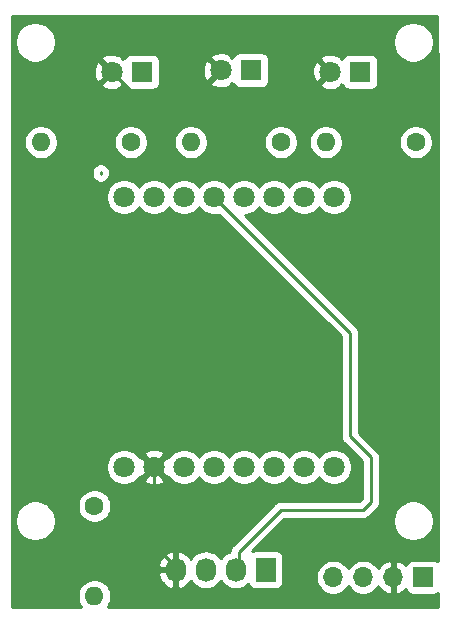
<source format=gbr>
G04 #@! TF.GenerationSoftware,KiCad,Pcbnew,5.1.7-5.1.7*
G04 #@! TF.CreationDate,2020-10-12T00:47:03+02:00*
G04 #@! TF.ProjectId,meteo-home,6d657465-6f2d-4686-9f6d-652e6b696361,rev?*
G04 #@! TF.SameCoordinates,Original*
G04 #@! TF.FileFunction,Copper,L2,Bot*
G04 #@! TF.FilePolarity,Positive*
%FSLAX46Y46*%
G04 Gerber Fmt 4.6, Leading zero omitted, Abs format (unit mm)*
G04 Created by KiCad (PCBNEW 5.1.7-5.1.7) date 2020-10-12 00:47:03*
%MOMM*%
%LPD*%
G01*
G04 APERTURE LIST*
G04 #@! TA.AperFunction,ComponentPad*
%ADD10C,1.800000*%
G04 #@! TD*
G04 #@! TA.AperFunction,ComponentPad*
%ADD11R,1.727200X2.032000*%
G04 #@! TD*
G04 #@! TA.AperFunction,ComponentPad*
%ADD12O,1.727200X2.032000*%
G04 #@! TD*
G04 #@! TA.AperFunction,ComponentPad*
%ADD13R,1.800000X1.800000*%
G04 #@! TD*
G04 #@! TA.AperFunction,ComponentPad*
%ADD14O,1.600000X1.600000*%
G04 #@! TD*
G04 #@! TA.AperFunction,ComponentPad*
%ADD15C,1.600000*%
G04 #@! TD*
G04 #@! TA.AperFunction,ComponentPad*
%ADD16O,1.700000X1.700000*%
G04 #@! TD*
G04 #@! TA.AperFunction,ComponentPad*
%ADD17R,1.700000X1.700000*%
G04 #@! TD*
G04 #@! TA.AperFunction,Conductor*
%ADD18C,0.250000*%
G04 #@! TD*
G04 #@! TA.AperFunction,Conductor*
%ADD19C,0.254000*%
G04 #@! TD*
G04 #@! TA.AperFunction,Conductor*
%ADD20C,0.100000*%
G04 #@! TD*
G04 APERTURE END LIST*
D10*
X115005001Y-65597025D03*
X115005001Y-88457025D03*
X117545001Y-65597025D03*
X117545001Y-88457025D03*
X120085001Y-65597025D03*
X120085001Y-88457025D03*
X122625001Y-65597025D03*
X122625001Y-88457025D03*
X125165001Y-65597025D03*
X125165001Y-88457025D03*
X127705001Y-65597025D03*
X127705001Y-88457025D03*
X130245001Y-65597025D03*
X130245001Y-88457025D03*
X132785001Y-65597025D03*
X132785001Y-88457025D03*
D11*
X127000000Y-97155000D03*
D12*
X124460000Y-97155000D03*
X121920000Y-97155000D03*
X119380000Y-97155000D03*
D10*
X113960000Y-55000000D03*
D13*
X116500000Y-55000000D03*
X125730000Y-54864000D03*
D10*
X123190000Y-54864000D03*
X132460000Y-55000000D03*
D13*
X135000000Y-55000000D03*
D14*
X107950000Y-60960000D03*
D15*
X115570000Y-60960000D03*
X139700000Y-60960000D03*
D14*
X132080000Y-60960000D03*
X112500000Y-99370000D03*
D15*
X112500000Y-91750000D03*
D14*
X120650000Y-60960000D03*
D15*
X128270000Y-60960000D03*
D16*
X132715000Y-97790000D03*
X135255000Y-97790000D03*
X137795000Y-97790000D03*
D17*
X140335000Y-97790000D03*
D18*
X113030000Y-63500000D02*
X113030000Y-63622024D01*
X128270000Y-92075000D02*
X124714000Y-95631000D01*
X134110002Y-77082026D02*
X134110002Y-85850002D01*
X134110002Y-85850002D02*
X135890000Y-87630000D01*
X124714000Y-95631000D02*
X124714000Y-97155000D01*
X122625001Y-65597025D02*
X134110002Y-77082026D01*
X135890000Y-91440000D02*
X135255000Y-92075000D01*
X135890000Y-87630000D02*
X135890000Y-91440000D01*
X135255000Y-92075000D02*
X128270000Y-92075000D01*
X117545001Y-95066001D02*
X119634000Y-97155000D01*
X117545001Y-88457025D02*
X117545001Y-95066001D01*
X111760000Y-82672024D02*
X117545001Y-88457025D01*
X111760000Y-66040000D02*
X111760000Y-82672024D01*
X114300000Y-63500000D02*
X111760000Y-66040000D01*
X118364000Y-59831002D02*
X118110000Y-60085002D01*
X123190000Y-54864000D02*
X118364000Y-59690000D01*
X118364000Y-59690000D02*
X118364000Y-59831002D01*
X118110000Y-62230000D02*
X116840000Y-63500000D01*
X116840000Y-63500000D02*
X114300000Y-63500000D01*
X118110000Y-59150000D02*
X118110000Y-60390000D01*
X113960000Y-55000000D02*
X118110000Y-59150000D01*
X118110000Y-60085002D02*
X118110000Y-60390000D01*
X118110000Y-60390000D02*
X118110000Y-62230000D01*
D19*
X141555000Y-56325771D02*
X141555001Y-96422189D01*
X141539494Y-96409463D01*
X141429180Y-96350498D01*
X141309482Y-96314188D01*
X141185000Y-96301928D01*
X139485000Y-96301928D01*
X139360518Y-96314188D01*
X139240820Y-96350498D01*
X139130506Y-96409463D01*
X139033815Y-96488815D01*
X138954463Y-96585506D01*
X138895498Y-96695820D01*
X138871034Y-96776466D01*
X138795269Y-96692412D01*
X138561920Y-96518359D01*
X138299099Y-96393175D01*
X138151890Y-96348524D01*
X137922000Y-96469845D01*
X137922000Y-97663000D01*
X137942000Y-97663000D01*
X137942000Y-97917000D01*
X137922000Y-97917000D01*
X137922000Y-99110155D01*
X138151890Y-99231476D01*
X138299099Y-99186825D01*
X138561920Y-99061641D01*
X138795269Y-98887588D01*
X138871034Y-98803534D01*
X138895498Y-98884180D01*
X138954463Y-98994494D01*
X139033815Y-99091185D01*
X139130506Y-99170537D01*
X139240820Y-99229502D01*
X139360518Y-99265812D01*
X139485000Y-99278072D01*
X141185000Y-99278072D01*
X141309482Y-99265812D01*
X141429180Y-99229502D01*
X141539494Y-99170537D01*
X141555001Y-99157811D01*
X141555001Y-100280000D01*
X113617817Y-100280000D01*
X113771680Y-100049727D01*
X113879853Y-99788574D01*
X113935000Y-99511335D01*
X113935000Y-99228665D01*
X113879853Y-98951426D01*
X113771680Y-98690273D01*
X113614637Y-98455241D01*
X113414759Y-98255363D01*
X113179727Y-98098320D01*
X112918574Y-97990147D01*
X112641335Y-97935000D01*
X112358665Y-97935000D01*
X112081426Y-97990147D01*
X111820273Y-98098320D01*
X111585241Y-98255363D01*
X111385363Y-98455241D01*
X111228320Y-98690273D01*
X111120147Y-98951426D01*
X111065000Y-99228665D01*
X111065000Y-99511335D01*
X111120147Y-99788574D01*
X111228320Y-100049727D01*
X111382183Y-100280000D01*
X105537000Y-100280000D01*
X105537000Y-97516914D01*
X117894815Y-97516914D01*
X117964227Y-97802633D01*
X118088046Y-98069321D01*
X118261514Y-98306729D01*
X118477965Y-98505733D01*
X118729081Y-98658686D01*
X119005211Y-98759709D01*
X119020974Y-98762358D01*
X119253000Y-98641217D01*
X119253000Y-97282000D01*
X118039075Y-97282000D01*
X117894815Y-97516914D01*
X105537000Y-97516914D01*
X105537000Y-96793086D01*
X117894815Y-96793086D01*
X118039075Y-97028000D01*
X119253000Y-97028000D01*
X119253000Y-95668783D01*
X119020974Y-95547642D01*
X119005211Y-95550291D01*
X118729081Y-95651314D01*
X118477965Y-95804267D01*
X118261514Y-96003271D01*
X118088046Y-96240679D01*
X117964227Y-96507367D01*
X117894815Y-96793086D01*
X105537000Y-96793086D01*
X105537000Y-92829117D01*
X105765000Y-92829117D01*
X105765000Y-93170883D01*
X105831675Y-93506081D01*
X105962463Y-93821831D01*
X106152337Y-94105998D01*
X106394002Y-94347663D01*
X106678169Y-94537537D01*
X106993919Y-94668325D01*
X107329117Y-94735000D01*
X107670883Y-94735000D01*
X108006081Y-94668325D01*
X108321831Y-94537537D01*
X108605998Y-94347663D01*
X108847663Y-94105998D01*
X109037537Y-93821831D01*
X109168325Y-93506081D01*
X109235000Y-93170883D01*
X109235000Y-92829117D01*
X109168325Y-92493919D01*
X109037537Y-92178169D01*
X108847663Y-91894002D01*
X108605998Y-91652337D01*
X108540639Y-91608665D01*
X111065000Y-91608665D01*
X111065000Y-91891335D01*
X111120147Y-92168574D01*
X111228320Y-92429727D01*
X111385363Y-92664759D01*
X111585241Y-92864637D01*
X111820273Y-93021680D01*
X112081426Y-93129853D01*
X112358665Y-93185000D01*
X112641335Y-93185000D01*
X112918574Y-93129853D01*
X113179727Y-93021680D01*
X113414759Y-92864637D01*
X113614637Y-92664759D01*
X113771680Y-92429727D01*
X113879853Y-92168574D01*
X113935000Y-91891335D01*
X113935000Y-91608665D01*
X113879853Y-91331426D01*
X113771680Y-91070273D01*
X113614637Y-90835241D01*
X113414759Y-90635363D01*
X113179727Y-90478320D01*
X112918574Y-90370147D01*
X112641335Y-90315000D01*
X112358665Y-90315000D01*
X112081426Y-90370147D01*
X111820273Y-90478320D01*
X111585241Y-90635363D01*
X111385363Y-90835241D01*
X111228320Y-91070273D01*
X111120147Y-91331426D01*
X111065000Y-91608665D01*
X108540639Y-91608665D01*
X108321831Y-91462463D01*
X108006081Y-91331675D01*
X107670883Y-91265000D01*
X107329117Y-91265000D01*
X106993919Y-91331675D01*
X106678169Y-91462463D01*
X106394002Y-91652337D01*
X106152337Y-91894002D01*
X105962463Y-92178169D01*
X105831675Y-92493919D01*
X105765000Y-92829117D01*
X105537000Y-92829117D01*
X105537000Y-88305841D01*
X113470001Y-88305841D01*
X113470001Y-88608209D01*
X113528990Y-88904768D01*
X113644702Y-89184120D01*
X113812689Y-89435530D01*
X114026496Y-89649337D01*
X114277906Y-89817324D01*
X114557258Y-89933036D01*
X114853817Y-89992025D01*
X115156185Y-89992025D01*
X115452744Y-89933036D01*
X115732096Y-89817324D01*
X115983506Y-89649337D01*
X116111738Y-89521105D01*
X116660526Y-89521105D01*
X116744209Y-89775286D01*
X117016776Y-89906183D01*
X117309643Y-89981390D01*
X117611554Y-89998016D01*
X117910908Y-89955422D01*
X118196200Y-89855247D01*
X118345793Y-89775286D01*
X118429476Y-89521105D01*
X117545001Y-88636630D01*
X116660526Y-89521105D01*
X116111738Y-89521105D01*
X116197313Y-89435530D01*
X116299952Y-89281920D01*
X116480921Y-89341500D01*
X117365396Y-88457025D01*
X117724606Y-88457025D01*
X118609081Y-89341500D01*
X118790050Y-89281920D01*
X118892689Y-89435530D01*
X119106496Y-89649337D01*
X119357906Y-89817324D01*
X119637258Y-89933036D01*
X119933817Y-89992025D01*
X120236185Y-89992025D01*
X120532744Y-89933036D01*
X120812096Y-89817324D01*
X121063506Y-89649337D01*
X121277313Y-89435530D01*
X121355001Y-89319262D01*
X121432689Y-89435530D01*
X121646496Y-89649337D01*
X121897906Y-89817324D01*
X122177258Y-89933036D01*
X122473817Y-89992025D01*
X122776185Y-89992025D01*
X123072744Y-89933036D01*
X123352096Y-89817324D01*
X123603506Y-89649337D01*
X123817313Y-89435530D01*
X123895001Y-89319262D01*
X123972689Y-89435530D01*
X124186496Y-89649337D01*
X124437906Y-89817324D01*
X124717258Y-89933036D01*
X125013817Y-89992025D01*
X125316185Y-89992025D01*
X125612744Y-89933036D01*
X125892096Y-89817324D01*
X126143506Y-89649337D01*
X126357313Y-89435530D01*
X126435001Y-89319262D01*
X126512689Y-89435530D01*
X126726496Y-89649337D01*
X126977906Y-89817324D01*
X127257258Y-89933036D01*
X127553817Y-89992025D01*
X127856185Y-89992025D01*
X128152744Y-89933036D01*
X128432096Y-89817324D01*
X128683506Y-89649337D01*
X128897313Y-89435530D01*
X128975001Y-89319262D01*
X129052689Y-89435530D01*
X129266496Y-89649337D01*
X129517906Y-89817324D01*
X129797258Y-89933036D01*
X130093817Y-89992025D01*
X130396185Y-89992025D01*
X130692744Y-89933036D01*
X130972096Y-89817324D01*
X131223506Y-89649337D01*
X131437313Y-89435530D01*
X131515001Y-89319262D01*
X131592689Y-89435530D01*
X131806496Y-89649337D01*
X132057906Y-89817324D01*
X132337258Y-89933036D01*
X132633817Y-89992025D01*
X132936185Y-89992025D01*
X133232744Y-89933036D01*
X133512096Y-89817324D01*
X133763506Y-89649337D01*
X133977313Y-89435530D01*
X134145300Y-89184120D01*
X134261012Y-88904768D01*
X134320001Y-88608209D01*
X134320001Y-88305841D01*
X134261012Y-88009282D01*
X134145300Y-87729930D01*
X133977313Y-87478520D01*
X133763506Y-87264713D01*
X133512096Y-87096726D01*
X133232744Y-86981014D01*
X132936185Y-86922025D01*
X132633817Y-86922025D01*
X132337258Y-86981014D01*
X132057906Y-87096726D01*
X131806496Y-87264713D01*
X131592689Y-87478520D01*
X131515001Y-87594788D01*
X131437313Y-87478520D01*
X131223506Y-87264713D01*
X130972096Y-87096726D01*
X130692744Y-86981014D01*
X130396185Y-86922025D01*
X130093817Y-86922025D01*
X129797258Y-86981014D01*
X129517906Y-87096726D01*
X129266496Y-87264713D01*
X129052689Y-87478520D01*
X128975001Y-87594788D01*
X128897313Y-87478520D01*
X128683506Y-87264713D01*
X128432096Y-87096726D01*
X128152744Y-86981014D01*
X127856185Y-86922025D01*
X127553817Y-86922025D01*
X127257258Y-86981014D01*
X126977906Y-87096726D01*
X126726496Y-87264713D01*
X126512689Y-87478520D01*
X126435001Y-87594788D01*
X126357313Y-87478520D01*
X126143506Y-87264713D01*
X125892096Y-87096726D01*
X125612744Y-86981014D01*
X125316185Y-86922025D01*
X125013817Y-86922025D01*
X124717258Y-86981014D01*
X124437906Y-87096726D01*
X124186496Y-87264713D01*
X123972689Y-87478520D01*
X123895001Y-87594788D01*
X123817313Y-87478520D01*
X123603506Y-87264713D01*
X123352096Y-87096726D01*
X123072744Y-86981014D01*
X122776185Y-86922025D01*
X122473817Y-86922025D01*
X122177258Y-86981014D01*
X121897906Y-87096726D01*
X121646496Y-87264713D01*
X121432689Y-87478520D01*
X121355001Y-87594788D01*
X121277313Y-87478520D01*
X121063506Y-87264713D01*
X120812096Y-87096726D01*
X120532744Y-86981014D01*
X120236185Y-86922025D01*
X119933817Y-86922025D01*
X119637258Y-86981014D01*
X119357906Y-87096726D01*
X119106496Y-87264713D01*
X118892689Y-87478520D01*
X118790050Y-87632130D01*
X118609081Y-87572550D01*
X117724606Y-88457025D01*
X117365396Y-88457025D01*
X116480921Y-87572550D01*
X116299952Y-87632130D01*
X116197313Y-87478520D01*
X116111738Y-87392945D01*
X116660526Y-87392945D01*
X117545001Y-88277420D01*
X118429476Y-87392945D01*
X118345793Y-87138764D01*
X118073226Y-87007867D01*
X117780359Y-86932660D01*
X117478448Y-86916034D01*
X117179094Y-86958628D01*
X116893802Y-87058803D01*
X116744209Y-87138764D01*
X116660526Y-87392945D01*
X116111738Y-87392945D01*
X115983506Y-87264713D01*
X115732096Y-87096726D01*
X115452744Y-86981014D01*
X115156185Y-86922025D01*
X114853817Y-86922025D01*
X114557258Y-86981014D01*
X114277906Y-87096726D01*
X114026496Y-87264713D01*
X113812689Y-87478520D01*
X113644702Y-87729930D01*
X113528990Y-88009282D01*
X113470001Y-88305841D01*
X105537000Y-88305841D01*
X105537000Y-65445841D01*
X113470001Y-65445841D01*
X113470001Y-65748209D01*
X113528990Y-66044768D01*
X113644702Y-66324120D01*
X113812689Y-66575530D01*
X114026496Y-66789337D01*
X114277906Y-66957324D01*
X114557258Y-67073036D01*
X114853817Y-67132025D01*
X115156185Y-67132025D01*
X115452744Y-67073036D01*
X115732096Y-66957324D01*
X115983506Y-66789337D01*
X116197313Y-66575530D01*
X116275001Y-66459262D01*
X116352689Y-66575530D01*
X116566496Y-66789337D01*
X116817906Y-66957324D01*
X117097258Y-67073036D01*
X117393817Y-67132025D01*
X117696185Y-67132025D01*
X117992744Y-67073036D01*
X118272096Y-66957324D01*
X118523506Y-66789337D01*
X118737313Y-66575530D01*
X118815001Y-66459262D01*
X118892689Y-66575530D01*
X119106496Y-66789337D01*
X119357906Y-66957324D01*
X119637258Y-67073036D01*
X119933817Y-67132025D01*
X120236185Y-67132025D01*
X120532744Y-67073036D01*
X120812096Y-66957324D01*
X121063506Y-66789337D01*
X121277313Y-66575530D01*
X121355001Y-66459262D01*
X121432689Y-66575530D01*
X121646496Y-66789337D01*
X121897906Y-66957324D01*
X122177258Y-67073036D01*
X122473817Y-67132025D01*
X122776185Y-67132025D01*
X123033931Y-67080756D01*
X133350002Y-77396828D01*
X133350003Y-85812670D01*
X133346326Y-85850002D01*
X133361000Y-85998987D01*
X133404456Y-86142248D01*
X133475028Y-86274278D01*
X133546203Y-86361004D01*
X133570002Y-86390003D01*
X133599000Y-86413801D01*
X135130000Y-87944802D01*
X135130001Y-91125197D01*
X134940199Y-91315000D01*
X128307322Y-91315000D01*
X128269999Y-91311324D01*
X128232676Y-91315000D01*
X128232667Y-91315000D01*
X128121014Y-91325997D01*
X127977753Y-91369454D01*
X127845724Y-91440026D01*
X127845722Y-91440027D01*
X127845723Y-91440027D01*
X127758996Y-91511201D01*
X127758992Y-91511205D01*
X127729999Y-91534999D01*
X127706205Y-91563992D01*
X124203003Y-95067196D01*
X124173999Y-95090999D01*
X124118871Y-95158174D01*
X124079026Y-95206724D01*
X124008455Y-95338753D01*
X124008454Y-95338754D01*
X123964997Y-95482015D01*
X123954366Y-95589950D01*
X123883737Y-95611375D01*
X123623395Y-95750531D01*
X123395203Y-95937803D01*
X123207931Y-96165994D01*
X123190000Y-96199541D01*
X123172069Y-96165994D01*
X122984797Y-95937803D01*
X122756606Y-95750531D01*
X122496264Y-95611375D01*
X122213777Y-95525684D01*
X121920000Y-95496749D01*
X121626224Y-95525684D01*
X121343737Y-95611375D01*
X121083395Y-95750531D01*
X120855203Y-95937803D01*
X120667931Y-96165994D01*
X120646576Y-96205947D01*
X120498486Y-96003271D01*
X120282035Y-95804267D01*
X120030919Y-95651314D01*
X119754789Y-95550291D01*
X119739026Y-95547642D01*
X119507000Y-95668783D01*
X119507000Y-97028000D01*
X119527000Y-97028000D01*
X119527000Y-97282000D01*
X119507000Y-97282000D01*
X119507000Y-98641217D01*
X119739026Y-98762358D01*
X119754789Y-98759709D01*
X120030919Y-98658686D01*
X120282035Y-98505733D01*
X120498486Y-98306729D01*
X120646576Y-98104053D01*
X120667931Y-98144005D01*
X120855203Y-98372197D01*
X121083394Y-98559469D01*
X121343736Y-98698625D01*
X121626223Y-98784316D01*
X121920000Y-98813251D01*
X122213776Y-98784316D01*
X122496263Y-98698625D01*
X122756605Y-98559469D01*
X122984797Y-98372197D01*
X123172069Y-98144006D01*
X123190000Y-98110459D01*
X123207931Y-98144005D01*
X123395203Y-98372197D01*
X123623394Y-98559469D01*
X123883736Y-98698625D01*
X124166223Y-98784316D01*
X124460000Y-98813251D01*
X124753776Y-98784316D01*
X125036263Y-98698625D01*
X125296605Y-98559469D01*
X125524797Y-98372197D01*
X125531414Y-98364135D01*
X125546898Y-98415180D01*
X125605863Y-98525494D01*
X125685215Y-98622185D01*
X125781906Y-98701537D01*
X125892220Y-98760502D01*
X126011918Y-98796812D01*
X126136400Y-98809072D01*
X127863600Y-98809072D01*
X127988082Y-98796812D01*
X128107780Y-98760502D01*
X128218094Y-98701537D01*
X128314785Y-98622185D01*
X128394137Y-98525494D01*
X128453102Y-98415180D01*
X128489412Y-98295482D01*
X128501672Y-98171000D01*
X128501672Y-97643740D01*
X131230000Y-97643740D01*
X131230000Y-97936260D01*
X131287068Y-98223158D01*
X131399010Y-98493411D01*
X131561525Y-98736632D01*
X131768368Y-98943475D01*
X132011589Y-99105990D01*
X132281842Y-99217932D01*
X132568740Y-99275000D01*
X132861260Y-99275000D01*
X133148158Y-99217932D01*
X133418411Y-99105990D01*
X133661632Y-98943475D01*
X133868475Y-98736632D01*
X133985000Y-98562240D01*
X134101525Y-98736632D01*
X134308368Y-98943475D01*
X134551589Y-99105990D01*
X134821842Y-99217932D01*
X135108740Y-99275000D01*
X135401260Y-99275000D01*
X135688158Y-99217932D01*
X135958411Y-99105990D01*
X136201632Y-98943475D01*
X136408475Y-98736632D01*
X136530195Y-98554466D01*
X136599822Y-98671355D01*
X136794731Y-98887588D01*
X137028080Y-99061641D01*
X137290901Y-99186825D01*
X137438110Y-99231476D01*
X137668000Y-99110155D01*
X137668000Y-97917000D01*
X137648000Y-97917000D01*
X137648000Y-97663000D01*
X137668000Y-97663000D01*
X137668000Y-96469845D01*
X137438110Y-96348524D01*
X137290901Y-96393175D01*
X137028080Y-96518359D01*
X136794731Y-96692412D01*
X136599822Y-96908645D01*
X136530195Y-97025534D01*
X136408475Y-96843368D01*
X136201632Y-96636525D01*
X135958411Y-96474010D01*
X135688158Y-96362068D01*
X135401260Y-96305000D01*
X135108740Y-96305000D01*
X134821842Y-96362068D01*
X134551589Y-96474010D01*
X134308368Y-96636525D01*
X134101525Y-96843368D01*
X133985000Y-97017760D01*
X133868475Y-96843368D01*
X133661632Y-96636525D01*
X133418411Y-96474010D01*
X133148158Y-96362068D01*
X132861260Y-96305000D01*
X132568740Y-96305000D01*
X132281842Y-96362068D01*
X132011589Y-96474010D01*
X131768368Y-96636525D01*
X131561525Y-96843368D01*
X131399010Y-97086589D01*
X131287068Y-97356842D01*
X131230000Y-97643740D01*
X128501672Y-97643740D01*
X128501672Y-96139000D01*
X128489412Y-96014518D01*
X128453102Y-95894820D01*
X128394137Y-95784506D01*
X128314785Y-95687815D01*
X128218094Y-95608463D01*
X128107780Y-95549498D01*
X127988082Y-95513188D01*
X127863600Y-95500928D01*
X126136400Y-95500928D01*
X126011918Y-95513188D01*
X125892220Y-95549498D01*
X125845136Y-95574665D01*
X128584803Y-92835000D01*
X135217678Y-92835000D01*
X135255000Y-92838676D01*
X135292322Y-92835000D01*
X135292333Y-92835000D01*
X135352063Y-92829117D01*
X137765000Y-92829117D01*
X137765000Y-93170883D01*
X137831675Y-93506081D01*
X137962463Y-93821831D01*
X138152337Y-94105998D01*
X138394002Y-94347663D01*
X138678169Y-94537537D01*
X138993919Y-94668325D01*
X139329117Y-94735000D01*
X139670883Y-94735000D01*
X140006081Y-94668325D01*
X140321831Y-94537537D01*
X140605998Y-94347663D01*
X140847663Y-94105998D01*
X141037537Y-93821831D01*
X141168325Y-93506081D01*
X141235000Y-93170883D01*
X141235000Y-92829117D01*
X141168325Y-92493919D01*
X141037537Y-92178169D01*
X140847663Y-91894002D01*
X140605998Y-91652337D01*
X140321831Y-91462463D01*
X140006081Y-91331675D01*
X139670883Y-91265000D01*
X139329117Y-91265000D01*
X138993919Y-91331675D01*
X138678169Y-91462463D01*
X138394002Y-91652337D01*
X138152337Y-91894002D01*
X137962463Y-92178169D01*
X137831675Y-92493919D01*
X137765000Y-92829117D01*
X135352063Y-92829117D01*
X135403986Y-92824003D01*
X135547247Y-92780546D01*
X135679276Y-92709974D01*
X135795001Y-92615001D01*
X135818803Y-92585998D01*
X136401002Y-92003800D01*
X136430001Y-91980001D01*
X136524974Y-91864276D01*
X136595546Y-91732247D01*
X136639003Y-91588986D01*
X136650000Y-91477333D01*
X136653677Y-91440000D01*
X136650000Y-91402667D01*
X136650000Y-87667322D01*
X136653676Y-87629999D01*
X136650000Y-87592676D01*
X136650000Y-87592667D01*
X136639003Y-87481014D01*
X136595546Y-87337753D01*
X136524974Y-87205724D01*
X136430001Y-87089999D01*
X136401004Y-87066202D01*
X134870002Y-85535201D01*
X134870002Y-77119348D01*
X134873678Y-77082025D01*
X134870002Y-77044702D01*
X134870002Y-77044693D01*
X134859005Y-76933040D01*
X134815548Y-76789779D01*
X134744976Y-76657750D01*
X134650003Y-76542025D01*
X134621006Y-76518228D01*
X125234802Y-67132025D01*
X125316185Y-67132025D01*
X125612744Y-67073036D01*
X125892096Y-66957324D01*
X126143506Y-66789337D01*
X126357313Y-66575530D01*
X126435001Y-66459262D01*
X126512689Y-66575530D01*
X126726496Y-66789337D01*
X126977906Y-66957324D01*
X127257258Y-67073036D01*
X127553817Y-67132025D01*
X127856185Y-67132025D01*
X128152744Y-67073036D01*
X128432096Y-66957324D01*
X128683506Y-66789337D01*
X128897313Y-66575530D01*
X128975001Y-66459262D01*
X129052689Y-66575530D01*
X129266496Y-66789337D01*
X129517906Y-66957324D01*
X129797258Y-67073036D01*
X130093817Y-67132025D01*
X130396185Y-67132025D01*
X130692744Y-67073036D01*
X130972096Y-66957324D01*
X131223506Y-66789337D01*
X131437313Y-66575530D01*
X131515001Y-66459262D01*
X131592689Y-66575530D01*
X131806496Y-66789337D01*
X132057906Y-66957324D01*
X132337258Y-67073036D01*
X132633817Y-67132025D01*
X132936185Y-67132025D01*
X133232744Y-67073036D01*
X133512096Y-66957324D01*
X133763506Y-66789337D01*
X133977313Y-66575530D01*
X134145300Y-66324120D01*
X134261012Y-66044768D01*
X134320001Y-65748209D01*
X134320001Y-65445841D01*
X134261012Y-65149282D01*
X134145300Y-64869930D01*
X133977313Y-64618520D01*
X133763506Y-64404713D01*
X133512096Y-64236726D01*
X133232744Y-64121014D01*
X132936185Y-64062025D01*
X132633817Y-64062025D01*
X132337258Y-64121014D01*
X132057906Y-64236726D01*
X131806496Y-64404713D01*
X131592689Y-64618520D01*
X131515001Y-64734788D01*
X131437313Y-64618520D01*
X131223506Y-64404713D01*
X130972096Y-64236726D01*
X130692744Y-64121014D01*
X130396185Y-64062025D01*
X130093817Y-64062025D01*
X129797258Y-64121014D01*
X129517906Y-64236726D01*
X129266496Y-64404713D01*
X129052689Y-64618520D01*
X128975001Y-64734788D01*
X128897313Y-64618520D01*
X128683506Y-64404713D01*
X128432096Y-64236726D01*
X128152744Y-64121014D01*
X127856185Y-64062025D01*
X127553817Y-64062025D01*
X127257258Y-64121014D01*
X126977906Y-64236726D01*
X126726496Y-64404713D01*
X126512689Y-64618520D01*
X126435001Y-64734788D01*
X126357313Y-64618520D01*
X126143506Y-64404713D01*
X125892096Y-64236726D01*
X125612744Y-64121014D01*
X125316185Y-64062025D01*
X125013817Y-64062025D01*
X124717258Y-64121014D01*
X124437906Y-64236726D01*
X124186496Y-64404713D01*
X123972689Y-64618520D01*
X123895001Y-64734788D01*
X123817313Y-64618520D01*
X123603506Y-64404713D01*
X123352096Y-64236726D01*
X123072744Y-64121014D01*
X122776185Y-64062025D01*
X122473817Y-64062025D01*
X122177258Y-64121014D01*
X121897906Y-64236726D01*
X121646496Y-64404713D01*
X121432689Y-64618520D01*
X121355001Y-64734788D01*
X121277313Y-64618520D01*
X121063506Y-64404713D01*
X120812096Y-64236726D01*
X120532744Y-64121014D01*
X120236185Y-64062025D01*
X119933817Y-64062025D01*
X119637258Y-64121014D01*
X119357906Y-64236726D01*
X119106496Y-64404713D01*
X118892689Y-64618520D01*
X118815001Y-64734788D01*
X118737313Y-64618520D01*
X118523506Y-64404713D01*
X118272096Y-64236726D01*
X117992744Y-64121014D01*
X117696185Y-64062025D01*
X117393817Y-64062025D01*
X117097258Y-64121014D01*
X116817906Y-64236726D01*
X116566496Y-64404713D01*
X116352689Y-64618520D01*
X116275001Y-64734788D01*
X116197313Y-64618520D01*
X115983506Y-64404713D01*
X115732096Y-64236726D01*
X115452744Y-64121014D01*
X115156185Y-64062025D01*
X114853817Y-64062025D01*
X114557258Y-64121014D01*
X114277906Y-64236726D01*
X114026496Y-64404713D01*
X113812689Y-64618520D01*
X113644702Y-64869930D01*
X113528990Y-65149282D01*
X113470001Y-65445841D01*
X105537000Y-65445841D01*
X105537000Y-63462668D01*
X112270000Y-63462668D01*
X112270000Y-63659357D01*
X112280997Y-63771010D01*
X112324454Y-63914271D01*
X112395026Y-64046300D01*
X112489999Y-64162025D01*
X112605725Y-64256998D01*
X112737754Y-64327570D01*
X112881015Y-64371027D01*
X113030000Y-64385701D01*
X113178986Y-64371027D01*
X113322247Y-64327570D01*
X113454276Y-64256998D01*
X113570001Y-64162025D01*
X113664974Y-64046300D01*
X113735546Y-63914270D01*
X113779003Y-63771009D01*
X113790000Y-63659356D01*
X113790000Y-63462667D01*
X113779003Y-63351014D01*
X113735546Y-63207753D01*
X113664974Y-63075724D01*
X113570001Y-62959999D01*
X113454275Y-62865026D01*
X113322246Y-62794454D01*
X113178985Y-62750997D01*
X113030000Y-62736323D01*
X112881014Y-62750997D01*
X112737753Y-62794454D01*
X112605724Y-62865026D01*
X112489999Y-62959999D01*
X112395026Y-63075725D01*
X112324454Y-63207754D01*
X112280997Y-63351015D01*
X112270000Y-63462668D01*
X105537000Y-63462668D01*
X105537000Y-60818665D01*
X106515000Y-60818665D01*
X106515000Y-61101335D01*
X106570147Y-61378574D01*
X106678320Y-61639727D01*
X106835363Y-61874759D01*
X107035241Y-62074637D01*
X107270273Y-62231680D01*
X107531426Y-62339853D01*
X107808665Y-62395000D01*
X108091335Y-62395000D01*
X108368574Y-62339853D01*
X108629727Y-62231680D01*
X108864759Y-62074637D01*
X109064637Y-61874759D01*
X109221680Y-61639727D01*
X109329853Y-61378574D01*
X109385000Y-61101335D01*
X109385000Y-60818665D01*
X114135000Y-60818665D01*
X114135000Y-61101335D01*
X114190147Y-61378574D01*
X114298320Y-61639727D01*
X114455363Y-61874759D01*
X114655241Y-62074637D01*
X114890273Y-62231680D01*
X115151426Y-62339853D01*
X115428665Y-62395000D01*
X115711335Y-62395000D01*
X115988574Y-62339853D01*
X116249727Y-62231680D01*
X116484759Y-62074637D01*
X116684637Y-61874759D01*
X116841680Y-61639727D01*
X116949853Y-61378574D01*
X117005000Y-61101335D01*
X117005000Y-60818665D01*
X119215000Y-60818665D01*
X119215000Y-61101335D01*
X119270147Y-61378574D01*
X119378320Y-61639727D01*
X119535363Y-61874759D01*
X119735241Y-62074637D01*
X119970273Y-62231680D01*
X120231426Y-62339853D01*
X120508665Y-62395000D01*
X120791335Y-62395000D01*
X121068574Y-62339853D01*
X121329727Y-62231680D01*
X121564759Y-62074637D01*
X121764637Y-61874759D01*
X121921680Y-61639727D01*
X122029853Y-61378574D01*
X122085000Y-61101335D01*
X122085000Y-60818665D01*
X126835000Y-60818665D01*
X126835000Y-61101335D01*
X126890147Y-61378574D01*
X126998320Y-61639727D01*
X127155363Y-61874759D01*
X127355241Y-62074637D01*
X127590273Y-62231680D01*
X127851426Y-62339853D01*
X128128665Y-62395000D01*
X128411335Y-62395000D01*
X128688574Y-62339853D01*
X128949727Y-62231680D01*
X129184759Y-62074637D01*
X129384637Y-61874759D01*
X129541680Y-61639727D01*
X129649853Y-61378574D01*
X129705000Y-61101335D01*
X129705000Y-60818665D01*
X130645000Y-60818665D01*
X130645000Y-61101335D01*
X130700147Y-61378574D01*
X130808320Y-61639727D01*
X130965363Y-61874759D01*
X131165241Y-62074637D01*
X131400273Y-62231680D01*
X131661426Y-62339853D01*
X131938665Y-62395000D01*
X132221335Y-62395000D01*
X132498574Y-62339853D01*
X132759727Y-62231680D01*
X132994759Y-62074637D01*
X133194637Y-61874759D01*
X133351680Y-61639727D01*
X133459853Y-61378574D01*
X133515000Y-61101335D01*
X133515000Y-60818665D01*
X138265000Y-60818665D01*
X138265000Y-61101335D01*
X138320147Y-61378574D01*
X138428320Y-61639727D01*
X138585363Y-61874759D01*
X138785241Y-62074637D01*
X139020273Y-62231680D01*
X139281426Y-62339853D01*
X139558665Y-62395000D01*
X139841335Y-62395000D01*
X140118574Y-62339853D01*
X140379727Y-62231680D01*
X140614759Y-62074637D01*
X140814637Y-61874759D01*
X140971680Y-61639727D01*
X141079853Y-61378574D01*
X141135000Y-61101335D01*
X141135000Y-60818665D01*
X141079853Y-60541426D01*
X140971680Y-60280273D01*
X140814637Y-60045241D01*
X140614759Y-59845363D01*
X140379727Y-59688320D01*
X140118574Y-59580147D01*
X139841335Y-59525000D01*
X139558665Y-59525000D01*
X139281426Y-59580147D01*
X139020273Y-59688320D01*
X138785241Y-59845363D01*
X138585363Y-60045241D01*
X138428320Y-60280273D01*
X138320147Y-60541426D01*
X138265000Y-60818665D01*
X133515000Y-60818665D01*
X133459853Y-60541426D01*
X133351680Y-60280273D01*
X133194637Y-60045241D01*
X132994759Y-59845363D01*
X132759727Y-59688320D01*
X132498574Y-59580147D01*
X132221335Y-59525000D01*
X131938665Y-59525000D01*
X131661426Y-59580147D01*
X131400273Y-59688320D01*
X131165241Y-59845363D01*
X130965363Y-60045241D01*
X130808320Y-60280273D01*
X130700147Y-60541426D01*
X130645000Y-60818665D01*
X129705000Y-60818665D01*
X129649853Y-60541426D01*
X129541680Y-60280273D01*
X129384637Y-60045241D01*
X129184759Y-59845363D01*
X128949727Y-59688320D01*
X128688574Y-59580147D01*
X128411335Y-59525000D01*
X128128665Y-59525000D01*
X127851426Y-59580147D01*
X127590273Y-59688320D01*
X127355241Y-59845363D01*
X127155363Y-60045241D01*
X126998320Y-60280273D01*
X126890147Y-60541426D01*
X126835000Y-60818665D01*
X122085000Y-60818665D01*
X122029853Y-60541426D01*
X121921680Y-60280273D01*
X121764637Y-60045241D01*
X121564759Y-59845363D01*
X121329727Y-59688320D01*
X121068574Y-59580147D01*
X120791335Y-59525000D01*
X120508665Y-59525000D01*
X120231426Y-59580147D01*
X119970273Y-59688320D01*
X119735241Y-59845363D01*
X119535363Y-60045241D01*
X119378320Y-60280273D01*
X119270147Y-60541426D01*
X119215000Y-60818665D01*
X117005000Y-60818665D01*
X116949853Y-60541426D01*
X116841680Y-60280273D01*
X116684637Y-60045241D01*
X116484759Y-59845363D01*
X116249727Y-59688320D01*
X115988574Y-59580147D01*
X115711335Y-59525000D01*
X115428665Y-59525000D01*
X115151426Y-59580147D01*
X114890273Y-59688320D01*
X114655241Y-59845363D01*
X114455363Y-60045241D01*
X114298320Y-60280273D01*
X114190147Y-60541426D01*
X114135000Y-60818665D01*
X109385000Y-60818665D01*
X109329853Y-60541426D01*
X109221680Y-60280273D01*
X109064637Y-60045241D01*
X108864759Y-59845363D01*
X108629727Y-59688320D01*
X108368574Y-59580147D01*
X108091335Y-59525000D01*
X107808665Y-59525000D01*
X107531426Y-59580147D01*
X107270273Y-59688320D01*
X107035241Y-59845363D01*
X106835363Y-60045241D01*
X106678320Y-60280273D01*
X106570147Y-60541426D01*
X106515000Y-60818665D01*
X105537000Y-60818665D01*
X105537000Y-55066553D01*
X112419009Y-55066553D01*
X112461603Y-55365907D01*
X112561778Y-55651199D01*
X112641739Y-55800792D01*
X112895920Y-55884475D01*
X113780395Y-55000000D01*
X112895920Y-54115525D01*
X112641739Y-54199208D01*
X112510842Y-54471775D01*
X112435635Y-54764642D01*
X112419009Y-55066553D01*
X105537000Y-55066553D01*
X105537000Y-52329117D01*
X105765000Y-52329117D01*
X105765000Y-52670883D01*
X105831675Y-53006081D01*
X105962463Y-53321831D01*
X106152337Y-53605998D01*
X106394002Y-53847663D01*
X106678169Y-54037537D01*
X106993919Y-54168325D01*
X107329117Y-54235000D01*
X107670883Y-54235000D01*
X108006081Y-54168325D01*
X108321831Y-54037537D01*
X108473911Y-53935920D01*
X113075525Y-53935920D01*
X113960000Y-54820395D01*
X113974143Y-54806253D01*
X114153748Y-54985858D01*
X114139605Y-55000000D01*
X114153748Y-55014143D01*
X113974143Y-55193748D01*
X113960000Y-55179605D01*
X113075525Y-56064080D01*
X113159208Y-56318261D01*
X113431775Y-56449158D01*
X113724642Y-56524365D01*
X114026553Y-56540991D01*
X114325907Y-56498397D01*
X114611199Y-56398222D01*
X114760792Y-56318261D01*
X114844474Y-56064082D01*
X114960422Y-56180030D01*
X115007187Y-56133265D01*
X115010498Y-56144180D01*
X115069463Y-56254494D01*
X115148815Y-56351185D01*
X115245506Y-56430537D01*
X115355820Y-56489502D01*
X115475518Y-56525812D01*
X115600000Y-56538072D01*
X117400000Y-56538072D01*
X117524482Y-56525812D01*
X117644180Y-56489502D01*
X117754494Y-56430537D01*
X117851185Y-56351185D01*
X117930537Y-56254494D01*
X117989502Y-56144180D01*
X118025812Y-56024482D01*
X118038072Y-55900000D01*
X118038072Y-54930553D01*
X121649009Y-54930553D01*
X121691603Y-55229907D01*
X121791778Y-55515199D01*
X121871739Y-55664792D01*
X122125920Y-55748475D01*
X123010395Y-54864000D01*
X122125920Y-53979525D01*
X121871739Y-54063208D01*
X121740842Y-54335775D01*
X121665635Y-54628642D01*
X121649009Y-54930553D01*
X118038072Y-54930553D01*
X118038072Y-54100000D01*
X118025812Y-53975518D01*
X117989502Y-53855820D01*
X117959623Y-53799920D01*
X122305525Y-53799920D01*
X123190000Y-54684395D01*
X123204143Y-54670253D01*
X123383748Y-54849858D01*
X123369605Y-54864000D01*
X123383748Y-54878143D01*
X123204143Y-55057748D01*
X123190000Y-55043605D01*
X122305525Y-55928080D01*
X122389208Y-56182261D01*
X122661775Y-56313158D01*
X122954642Y-56388365D01*
X123256553Y-56404991D01*
X123555907Y-56362397D01*
X123841199Y-56262222D01*
X123990792Y-56182261D01*
X124074474Y-55928082D01*
X124190422Y-56044030D01*
X124237187Y-55997265D01*
X124240498Y-56008180D01*
X124299463Y-56118494D01*
X124378815Y-56215185D01*
X124475506Y-56294537D01*
X124585820Y-56353502D01*
X124705518Y-56389812D01*
X124830000Y-56402072D01*
X126630000Y-56402072D01*
X126754482Y-56389812D01*
X126874180Y-56353502D01*
X126984494Y-56294537D01*
X127081185Y-56215185D01*
X127160537Y-56118494D01*
X127219502Y-56008180D01*
X127255812Y-55888482D01*
X127268072Y-55764000D01*
X127268072Y-55066553D01*
X130919009Y-55066553D01*
X130961603Y-55365907D01*
X131061778Y-55651199D01*
X131141739Y-55800792D01*
X131395920Y-55884475D01*
X132280395Y-55000000D01*
X131395920Y-54115525D01*
X131141739Y-54199208D01*
X131010842Y-54471775D01*
X130935635Y-54764642D01*
X130919009Y-55066553D01*
X127268072Y-55066553D01*
X127268072Y-53964000D01*
X127265307Y-53935920D01*
X131575525Y-53935920D01*
X132460000Y-54820395D01*
X132474143Y-54806253D01*
X132653748Y-54985858D01*
X132639605Y-55000000D01*
X132653748Y-55014143D01*
X132474143Y-55193748D01*
X132460000Y-55179605D01*
X131575525Y-56064080D01*
X131659208Y-56318261D01*
X131931775Y-56449158D01*
X132224642Y-56524365D01*
X132526553Y-56540991D01*
X132825907Y-56498397D01*
X133111199Y-56398222D01*
X133260792Y-56318261D01*
X133344474Y-56064082D01*
X133460422Y-56180030D01*
X133507187Y-56133265D01*
X133510498Y-56144180D01*
X133569463Y-56254494D01*
X133648815Y-56351185D01*
X133745506Y-56430537D01*
X133855820Y-56489502D01*
X133975518Y-56525812D01*
X134100000Y-56538072D01*
X135900000Y-56538072D01*
X136024482Y-56525812D01*
X136144180Y-56489502D01*
X136254494Y-56430537D01*
X136351185Y-56351185D01*
X136430537Y-56254494D01*
X136489502Y-56144180D01*
X136525812Y-56024482D01*
X136538072Y-55900000D01*
X136538072Y-54100000D01*
X136525812Y-53975518D01*
X136489502Y-53855820D01*
X136430537Y-53745506D01*
X136351185Y-53648815D01*
X136254494Y-53569463D01*
X136144180Y-53510498D01*
X136024482Y-53474188D01*
X135900000Y-53461928D01*
X134100000Y-53461928D01*
X133975518Y-53474188D01*
X133855820Y-53510498D01*
X133745506Y-53569463D01*
X133648815Y-53648815D01*
X133569463Y-53745506D01*
X133510498Y-53855820D01*
X133507187Y-53866735D01*
X133460422Y-53819970D01*
X133344474Y-53935918D01*
X133260792Y-53681739D01*
X132988225Y-53550842D01*
X132695358Y-53475635D01*
X132393447Y-53459009D01*
X132094093Y-53501603D01*
X131808801Y-53601778D01*
X131659208Y-53681739D01*
X131575525Y-53935920D01*
X127265307Y-53935920D01*
X127255812Y-53839518D01*
X127219502Y-53719820D01*
X127160537Y-53609506D01*
X127081185Y-53512815D01*
X126984494Y-53433463D01*
X126874180Y-53374498D01*
X126754482Y-53338188D01*
X126630000Y-53325928D01*
X124830000Y-53325928D01*
X124705518Y-53338188D01*
X124585820Y-53374498D01*
X124475506Y-53433463D01*
X124378815Y-53512815D01*
X124299463Y-53609506D01*
X124240498Y-53719820D01*
X124237187Y-53730735D01*
X124190422Y-53683970D01*
X124074474Y-53799918D01*
X123990792Y-53545739D01*
X123718225Y-53414842D01*
X123425358Y-53339635D01*
X123123447Y-53323009D01*
X122824093Y-53365603D01*
X122538801Y-53465778D01*
X122389208Y-53545739D01*
X122305525Y-53799920D01*
X117959623Y-53799920D01*
X117930537Y-53745506D01*
X117851185Y-53648815D01*
X117754494Y-53569463D01*
X117644180Y-53510498D01*
X117524482Y-53474188D01*
X117400000Y-53461928D01*
X115600000Y-53461928D01*
X115475518Y-53474188D01*
X115355820Y-53510498D01*
X115245506Y-53569463D01*
X115148815Y-53648815D01*
X115069463Y-53745506D01*
X115010498Y-53855820D01*
X115007187Y-53866735D01*
X114960422Y-53819970D01*
X114844474Y-53935918D01*
X114760792Y-53681739D01*
X114488225Y-53550842D01*
X114195358Y-53475635D01*
X113893447Y-53459009D01*
X113594093Y-53501603D01*
X113308801Y-53601778D01*
X113159208Y-53681739D01*
X113075525Y-53935920D01*
X108473911Y-53935920D01*
X108605998Y-53847663D01*
X108847663Y-53605998D01*
X109037537Y-53321831D01*
X109168325Y-53006081D01*
X109235000Y-52670883D01*
X109235000Y-52329117D01*
X137765000Y-52329117D01*
X137765000Y-52670883D01*
X137831675Y-53006081D01*
X137962463Y-53321831D01*
X138152337Y-53605998D01*
X138394002Y-53847663D01*
X138678169Y-54037537D01*
X138993919Y-54168325D01*
X139329117Y-54235000D01*
X139670883Y-54235000D01*
X140006081Y-54168325D01*
X140321831Y-54037537D01*
X140605998Y-53847663D01*
X140847663Y-53605998D01*
X141037537Y-53321831D01*
X141168325Y-53006081D01*
X141235000Y-52670883D01*
X141235000Y-52329117D01*
X141168325Y-51993919D01*
X141037537Y-51678169D01*
X140847663Y-51394002D01*
X140605998Y-51152337D01*
X140321831Y-50962463D01*
X140006081Y-50831675D01*
X139670883Y-50765000D01*
X139329117Y-50765000D01*
X138993919Y-50831675D01*
X138678169Y-50962463D01*
X138394002Y-51152337D01*
X138152337Y-51394002D01*
X137962463Y-51678169D01*
X137831675Y-51993919D01*
X137765000Y-52329117D01*
X109235000Y-52329117D01*
X109168325Y-51993919D01*
X109037537Y-51678169D01*
X108847663Y-51394002D01*
X108605998Y-51152337D01*
X108321831Y-50962463D01*
X108006081Y-50831675D01*
X107670883Y-50765000D01*
X107329117Y-50765000D01*
X106993919Y-50831675D01*
X106678169Y-50962463D01*
X106394002Y-51152337D01*
X106152337Y-51394002D01*
X105962463Y-51678169D01*
X105831675Y-51993919D01*
X105765000Y-52329117D01*
X105537000Y-52329117D01*
X105537000Y-50292000D01*
X141479578Y-50292000D01*
X141555000Y-56325771D01*
G04 #@! TA.AperFunction,Conductor*
D20*
G36*
X141555000Y-56325771D02*
G01*
X141555001Y-96422189D01*
X141539494Y-96409463D01*
X141429180Y-96350498D01*
X141309482Y-96314188D01*
X141185000Y-96301928D01*
X139485000Y-96301928D01*
X139360518Y-96314188D01*
X139240820Y-96350498D01*
X139130506Y-96409463D01*
X139033815Y-96488815D01*
X138954463Y-96585506D01*
X138895498Y-96695820D01*
X138871034Y-96776466D01*
X138795269Y-96692412D01*
X138561920Y-96518359D01*
X138299099Y-96393175D01*
X138151890Y-96348524D01*
X137922000Y-96469845D01*
X137922000Y-97663000D01*
X137942000Y-97663000D01*
X137942000Y-97917000D01*
X137922000Y-97917000D01*
X137922000Y-99110155D01*
X138151890Y-99231476D01*
X138299099Y-99186825D01*
X138561920Y-99061641D01*
X138795269Y-98887588D01*
X138871034Y-98803534D01*
X138895498Y-98884180D01*
X138954463Y-98994494D01*
X139033815Y-99091185D01*
X139130506Y-99170537D01*
X139240820Y-99229502D01*
X139360518Y-99265812D01*
X139485000Y-99278072D01*
X141185000Y-99278072D01*
X141309482Y-99265812D01*
X141429180Y-99229502D01*
X141539494Y-99170537D01*
X141555001Y-99157811D01*
X141555001Y-100280000D01*
X113617817Y-100280000D01*
X113771680Y-100049727D01*
X113879853Y-99788574D01*
X113935000Y-99511335D01*
X113935000Y-99228665D01*
X113879853Y-98951426D01*
X113771680Y-98690273D01*
X113614637Y-98455241D01*
X113414759Y-98255363D01*
X113179727Y-98098320D01*
X112918574Y-97990147D01*
X112641335Y-97935000D01*
X112358665Y-97935000D01*
X112081426Y-97990147D01*
X111820273Y-98098320D01*
X111585241Y-98255363D01*
X111385363Y-98455241D01*
X111228320Y-98690273D01*
X111120147Y-98951426D01*
X111065000Y-99228665D01*
X111065000Y-99511335D01*
X111120147Y-99788574D01*
X111228320Y-100049727D01*
X111382183Y-100280000D01*
X105537000Y-100280000D01*
X105537000Y-97516914D01*
X117894815Y-97516914D01*
X117964227Y-97802633D01*
X118088046Y-98069321D01*
X118261514Y-98306729D01*
X118477965Y-98505733D01*
X118729081Y-98658686D01*
X119005211Y-98759709D01*
X119020974Y-98762358D01*
X119253000Y-98641217D01*
X119253000Y-97282000D01*
X118039075Y-97282000D01*
X117894815Y-97516914D01*
X105537000Y-97516914D01*
X105537000Y-96793086D01*
X117894815Y-96793086D01*
X118039075Y-97028000D01*
X119253000Y-97028000D01*
X119253000Y-95668783D01*
X119020974Y-95547642D01*
X119005211Y-95550291D01*
X118729081Y-95651314D01*
X118477965Y-95804267D01*
X118261514Y-96003271D01*
X118088046Y-96240679D01*
X117964227Y-96507367D01*
X117894815Y-96793086D01*
X105537000Y-96793086D01*
X105537000Y-92829117D01*
X105765000Y-92829117D01*
X105765000Y-93170883D01*
X105831675Y-93506081D01*
X105962463Y-93821831D01*
X106152337Y-94105998D01*
X106394002Y-94347663D01*
X106678169Y-94537537D01*
X106993919Y-94668325D01*
X107329117Y-94735000D01*
X107670883Y-94735000D01*
X108006081Y-94668325D01*
X108321831Y-94537537D01*
X108605998Y-94347663D01*
X108847663Y-94105998D01*
X109037537Y-93821831D01*
X109168325Y-93506081D01*
X109235000Y-93170883D01*
X109235000Y-92829117D01*
X109168325Y-92493919D01*
X109037537Y-92178169D01*
X108847663Y-91894002D01*
X108605998Y-91652337D01*
X108540639Y-91608665D01*
X111065000Y-91608665D01*
X111065000Y-91891335D01*
X111120147Y-92168574D01*
X111228320Y-92429727D01*
X111385363Y-92664759D01*
X111585241Y-92864637D01*
X111820273Y-93021680D01*
X112081426Y-93129853D01*
X112358665Y-93185000D01*
X112641335Y-93185000D01*
X112918574Y-93129853D01*
X113179727Y-93021680D01*
X113414759Y-92864637D01*
X113614637Y-92664759D01*
X113771680Y-92429727D01*
X113879853Y-92168574D01*
X113935000Y-91891335D01*
X113935000Y-91608665D01*
X113879853Y-91331426D01*
X113771680Y-91070273D01*
X113614637Y-90835241D01*
X113414759Y-90635363D01*
X113179727Y-90478320D01*
X112918574Y-90370147D01*
X112641335Y-90315000D01*
X112358665Y-90315000D01*
X112081426Y-90370147D01*
X111820273Y-90478320D01*
X111585241Y-90635363D01*
X111385363Y-90835241D01*
X111228320Y-91070273D01*
X111120147Y-91331426D01*
X111065000Y-91608665D01*
X108540639Y-91608665D01*
X108321831Y-91462463D01*
X108006081Y-91331675D01*
X107670883Y-91265000D01*
X107329117Y-91265000D01*
X106993919Y-91331675D01*
X106678169Y-91462463D01*
X106394002Y-91652337D01*
X106152337Y-91894002D01*
X105962463Y-92178169D01*
X105831675Y-92493919D01*
X105765000Y-92829117D01*
X105537000Y-92829117D01*
X105537000Y-88305841D01*
X113470001Y-88305841D01*
X113470001Y-88608209D01*
X113528990Y-88904768D01*
X113644702Y-89184120D01*
X113812689Y-89435530D01*
X114026496Y-89649337D01*
X114277906Y-89817324D01*
X114557258Y-89933036D01*
X114853817Y-89992025D01*
X115156185Y-89992025D01*
X115452744Y-89933036D01*
X115732096Y-89817324D01*
X115983506Y-89649337D01*
X116111738Y-89521105D01*
X116660526Y-89521105D01*
X116744209Y-89775286D01*
X117016776Y-89906183D01*
X117309643Y-89981390D01*
X117611554Y-89998016D01*
X117910908Y-89955422D01*
X118196200Y-89855247D01*
X118345793Y-89775286D01*
X118429476Y-89521105D01*
X117545001Y-88636630D01*
X116660526Y-89521105D01*
X116111738Y-89521105D01*
X116197313Y-89435530D01*
X116299952Y-89281920D01*
X116480921Y-89341500D01*
X117365396Y-88457025D01*
X117724606Y-88457025D01*
X118609081Y-89341500D01*
X118790050Y-89281920D01*
X118892689Y-89435530D01*
X119106496Y-89649337D01*
X119357906Y-89817324D01*
X119637258Y-89933036D01*
X119933817Y-89992025D01*
X120236185Y-89992025D01*
X120532744Y-89933036D01*
X120812096Y-89817324D01*
X121063506Y-89649337D01*
X121277313Y-89435530D01*
X121355001Y-89319262D01*
X121432689Y-89435530D01*
X121646496Y-89649337D01*
X121897906Y-89817324D01*
X122177258Y-89933036D01*
X122473817Y-89992025D01*
X122776185Y-89992025D01*
X123072744Y-89933036D01*
X123352096Y-89817324D01*
X123603506Y-89649337D01*
X123817313Y-89435530D01*
X123895001Y-89319262D01*
X123972689Y-89435530D01*
X124186496Y-89649337D01*
X124437906Y-89817324D01*
X124717258Y-89933036D01*
X125013817Y-89992025D01*
X125316185Y-89992025D01*
X125612744Y-89933036D01*
X125892096Y-89817324D01*
X126143506Y-89649337D01*
X126357313Y-89435530D01*
X126435001Y-89319262D01*
X126512689Y-89435530D01*
X126726496Y-89649337D01*
X126977906Y-89817324D01*
X127257258Y-89933036D01*
X127553817Y-89992025D01*
X127856185Y-89992025D01*
X128152744Y-89933036D01*
X128432096Y-89817324D01*
X128683506Y-89649337D01*
X128897313Y-89435530D01*
X128975001Y-89319262D01*
X129052689Y-89435530D01*
X129266496Y-89649337D01*
X129517906Y-89817324D01*
X129797258Y-89933036D01*
X130093817Y-89992025D01*
X130396185Y-89992025D01*
X130692744Y-89933036D01*
X130972096Y-89817324D01*
X131223506Y-89649337D01*
X131437313Y-89435530D01*
X131515001Y-89319262D01*
X131592689Y-89435530D01*
X131806496Y-89649337D01*
X132057906Y-89817324D01*
X132337258Y-89933036D01*
X132633817Y-89992025D01*
X132936185Y-89992025D01*
X133232744Y-89933036D01*
X133512096Y-89817324D01*
X133763506Y-89649337D01*
X133977313Y-89435530D01*
X134145300Y-89184120D01*
X134261012Y-88904768D01*
X134320001Y-88608209D01*
X134320001Y-88305841D01*
X134261012Y-88009282D01*
X134145300Y-87729930D01*
X133977313Y-87478520D01*
X133763506Y-87264713D01*
X133512096Y-87096726D01*
X133232744Y-86981014D01*
X132936185Y-86922025D01*
X132633817Y-86922025D01*
X132337258Y-86981014D01*
X132057906Y-87096726D01*
X131806496Y-87264713D01*
X131592689Y-87478520D01*
X131515001Y-87594788D01*
X131437313Y-87478520D01*
X131223506Y-87264713D01*
X130972096Y-87096726D01*
X130692744Y-86981014D01*
X130396185Y-86922025D01*
X130093817Y-86922025D01*
X129797258Y-86981014D01*
X129517906Y-87096726D01*
X129266496Y-87264713D01*
X129052689Y-87478520D01*
X128975001Y-87594788D01*
X128897313Y-87478520D01*
X128683506Y-87264713D01*
X128432096Y-87096726D01*
X128152744Y-86981014D01*
X127856185Y-86922025D01*
X127553817Y-86922025D01*
X127257258Y-86981014D01*
X126977906Y-87096726D01*
X126726496Y-87264713D01*
X126512689Y-87478520D01*
X126435001Y-87594788D01*
X126357313Y-87478520D01*
X126143506Y-87264713D01*
X125892096Y-87096726D01*
X125612744Y-86981014D01*
X125316185Y-86922025D01*
X125013817Y-86922025D01*
X124717258Y-86981014D01*
X124437906Y-87096726D01*
X124186496Y-87264713D01*
X123972689Y-87478520D01*
X123895001Y-87594788D01*
X123817313Y-87478520D01*
X123603506Y-87264713D01*
X123352096Y-87096726D01*
X123072744Y-86981014D01*
X122776185Y-86922025D01*
X122473817Y-86922025D01*
X122177258Y-86981014D01*
X121897906Y-87096726D01*
X121646496Y-87264713D01*
X121432689Y-87478520D01*
X121355001Y-87594788D01*
X121277313Y-87478520D01*
X121063506Y-87264713D01*
X120812096Y-87096726D01*
X120532744Y-86981014D01*
X120236185Y-86922025D01*
X119933817Y-86922025D01*
X119637258Y-86981014D01*
X119357906Y-87096726D01*
X119106496Y-87264713D01*
X118892689Y-87478520D01*
X118790050Y-87632130D01*
X118609081Y-87572550D01*
X117724606Y-88457025D01*
X117365396Y-88457025D01*
X116480921Y-87572550D01*
X116299952Y-87632130D01*
X116197313Y-87478520D01*
X116111738Y-87392945D01*
X116660526Y-87392945D01*
X117545001Y-88277420D01*
X118429476Y-87392945D01*
X118345793Y-87138764D01*
X118073226Y-87007867D01*
X117780359Y-86932660D01*
X117478448Y-86916034D01*
X117179094Y-86958628D01*
X116893802Y-87058803D01*
X116744209Y-87138764D01*
X116660526Y-87392945D01*
X116111738Y-87392945D01*
X115983506Y-87264713D01*
X115732096Y-87096726D01*
X115452744Y-86981014D01*
X115156185Y-86922025D01*
X114853817Y-86922025D01*
X114557258Y-86981014D01*
X114277906Y-87096726D01*
X114026496Y-87264713D01*
X113812689Y-87478520D01*
X113644702Y-87729930D01*
X113528990Y-88009282D01*
X113470001Y-88305841D01*
X105537000Y-88305841D01*
X105537000Y-65445841D01*
X113470001Y-65445841D01*
X113470001Y-65748209D01*
X113528990Y-66044768D01*
X113644702Y-66324120D01*
X113812689Y-66575530D01*
X114026496Y-66789337D01*
X114277906Y-66957324D01*
X114557258Y-67073036D01*
X114853817Y-67132025D01*
X115156185Y-67132025D01*
X115452744Y-67073036D01*
X115732096Y-66957324D01*
X115983506Y-66789337D01*
X116197313Y-66575530D01*
X116275001Y-66459262D01*
X116352689Y-66575530D01*
X116566496Y-66789337D01*
X116817906Y-66957324D01*
X117097258Y-67073036D01*
X117393817Y-67132025D01*
X117696185Y-67132025D01*
X117992744Y-67073036D01*
X118272096Y-66957324D01*
X118523506Y-66789337D01*
X118737313Y-66575530D01*
X118815001Y-66459262D01*
X118892689Y-66575530D01*
X119106496Y-66789337D01*
X119357906Y-66957324D01*
X119637258Y-67073036D01*
X119933817Y-67132025D01*
X120236185Y-67132025D01*
X120532744Y-67073036D01*
X120812096Y-66957324D01*
X121063506Y-66789337D01*
X121277313Y-66575530D01*
X121355001Y-66459262D01*
X121432689Y-66575530D01*
X121646496Y-66789337D01*
X121897906Y-66957324D01*
X122177258Y-67073036D01*
X122473817Y-67132025D01*
X122776185Y-67132025D01*
X123033931Y-67080756D01*
X133350002Y-77396828D01*
X133350003Y-85812670D01*
X133346326Y-85850002D01*
X133361000Y-85998987D01*
X133404456Y-86142248D01*
X133475028Y-86274278D01*
X133546203Y-86361004D01*
X133570002Y-86390003D01*
X133599000Y-86413801D01*
X135130000Y-87944802D01*
X135130001Y-91125197D01*
X134940199Y-91315000D01*
X128307322Y-91315000D01*
X128269999Y-91311324D01*
X128232676Y-91315000D01*
X128232667Y-91315000D01*
X128121014Y-91325997D01*
X127977753Y-91369454D01*
X127845724Y-91440026D01*
X127845722Y-91440027D01*
X127845723Y-91440027D01*
X127758996Y-91511201D01*
X127758992Y-91511205D01*
X127729999Y-91534999D01*
X127706205Y-91563992D01*
X124203003Y-95067196D01*
X124173999Y-95090999D01*
X124118871Y-95158174D01*
X124079026Y-95206724D01*
X124008455Y-95338753D01*
X124008454Y-95338754D01*
X123964997Y-95482015D01*
X123954366Y-95589950D01*
X123883737Y-95611375D01*
X123623395Y-95750531D01*
X123395203Y-95937803D01*
X123207931Y-96165994D01*
X123190000Y-96199541D01*
X123172069Y-96165994D01*
X122984797Y-95937803D01*
X122756606Y-95750531D01*
X122496264Y-95611375D01*
X122213777Y-95525684D01*
X121920000Y-95496749D01*
X121626224Y-95525684D01*
X121343737Y-95611375D01*
X121083395Y-95750531D01*
X120855203Y-95937803D01*
X120667931Y-96165994D01*
X120646576Y-96205947D01*
X120498486Y-96003271D01*
X120282035Y-95804267D01*
X120030919Y-95651314D01*
X119754789Y-95550291D01*
X119739026Y-95547642D01*
X119507000Y-95668783D01*
X119507000Y-97028000D01*
X119527000Y-97028000D01*
X119527000Y-97282000D01*
X119507000Y-97282000D01*
X119507000Y-98641217D01*
X119739026Y-98762358D01*
X119754789Y-98759709D01*
X120030919Y-98658686D01*
X120282035Y-98505733D01*
X120498486Y-98306729D01*
X120646576Y-98104053D01*
X120667931Y-98144005D01*
X120855203Y-98372197D01*
X121083394Y-98559469D01*
X121343736Y-98698625D01*
X121626223Y-98784316D01*
X121920000Y-98813251D01*
X122213776Y-98784316D01*
X122496263Y-98698625D01*
X122756605Y-98559469D01*
X122984797Y-98372197D01*
X123172069Y-98144006D01*
X123190000Y-98110459D01*
X123207931Y-98144005D01*
X123395203Y-98372197D01*
X123623394Y-98559469D01*
X123883736Y-98698625D01*
X124166223Y-98784316D01*
X124460000Y-98813251D01*
X124753776Y-98784316D01*
X125036263Y-98698625D01*
X125296605Y-98559469D01*
X125524797Y-98372197D01*
X125531414Y-98364135D01*
X125546898Y-98415180D01*
X125605863Y-98525494D01*
X125685215Y-98622185D01*
X125781906Y-98701537D01*
X125892220Y-98760502D01*
X126011918Y-98796812D01*
X126136400Y-98809072D01*
X127863600Y-98809072D01*
X127988082Y-98796812D01*
X128107780Y-98760502D01*
X128218094Y-98701537D01*
X128314785Y-98622185D01*
X128394137Y-98525494D01*
X128453102Y-98415180D01*
X128489412Y-98295482D01*
X128501672Y-98171000D01*
X128501672Y-97643740D01*
X131230000Y-97643740D01*
X131230000Y-97936260D01*
X131287068Y-98223158D01*
X131399010Y-98493411D01*
X131561525Y-98736632D01*
X131768368Y-98943475D01*
X132011589Y-99105990D01*
X132281842Y-99217932D01*
X132568740Y-99275000D01*
X132861260Y-99275000D01*
X133148158Y-99217932D01*
X133418411Y-99105990D01*
X133661632Y-98943475D01*
X133868475Y-98736632D01*
X133985000Y-98562240D01*
X134101525Y-98736632D01*
X134308368Y-98943475D01*
X134551589Y-99105990D01*
X134821842Y-99217932D01*
X135108740Y-99275000D01*
X135401260Y-99275000D01*
X135688158Y-99217932D01*
X135958411Y-99105990D01*
X136201632Y-98943475D01*
X136408475Y-98736632D01*
X136530195Y-98554466D01*
X136599822Y-98671355D01*
X136794731Y-98887588D01*
X137028080Y-99061641D01*
X137290901Y-99186825D01*
X137438110Y-99231476D01*
X137668000Y-99110155D01*
X137668000Y-97917000D01*
X137648000Y-97917000D01*
X137648000Y-97663000D01*
X137668000Y-97663000D01*
X137668000Y-96469845D01*
X137438110Y-96348524D01*
X137290901Y-96393175D01*
X137028080Y-96518359D01*
X136794731Y-96692412D01*
X136599822Y-96908645D01*
X136530195Y-97025534D01*
X136408475Y-96843368D01*
X136201632Y-96636525D01*
X135958411Y-96474010D01*
X135688158Y-96362068D01*
X135401260Y-96305000D01*
X135108740Y-96305000D01*
X134821842Y-96362068D01*
X134551589Y-96474010D01*
X134308368Y-96636525D01*
X134101525Y-96843368D01*
X133985000Y-97017760D01*
X133868475Y-96843368D01*
X133661632Y-96636525D01*
X133418411Y-96474010D01*
X133148158Y-96362068D01*
X132861260Y-96305000D01*
X132568740Y-96305000D01*
X132281842Y-96362068D01*
X132011589Y-96474010D01*
X131768368Y-96636525D01*
X131561525Y-96843368D01*
X131399010Y-97086589D01*
X131287068Y-97356842D01*
X131230000Y-97643740D01*
X128501672Y-97643740D01*
X128501672Y-96139000D01*
X128489412Y-96014518D01*
X128453102Y-95894820D01*
X128394137Y-95784506D01*
X128314785Y-95687815D01*
X128218094Y-95608463D01*
X128107780Y-95549498D01*
X127988082Y-95513188D01*
X127863600Y-95500928D01*
X126136400Y-95500928D01*
X126011918Y-95513188D01*
X125892220Y-95549498D01*
X125845136Y-95574665D01*
X128584803Y-92835000D01*
X135217678Y-92835000D01*
X135255000Y-92838676D01*
X135292322Y-92835000D01*
X135292333Y-92835000D01*
X135352063Y-92829117D01*
X137765000Y-92829117D01*
X137765000Y-93170883D01*
X137831675Y-93506081D01*
X137962463Y-93821831D01*
X138152337Y-94105998D01*
X138394002Y-94347663D01*
X138678169Y-94537537D01*
X138993919Y-94668325D01*
X139329117Y-94735000D01*
X139670883Y-94735000D01*
X140006081Y-94668325D01*
X140321831Y-94537537D01*
X140605998Y-94347663D01*
X140847663Y-94105998D01*
X141037537Y-93821831D01*
X141168325Y-93506081D01*
X141235000Y-93170883D01*
X141235000Y-92829117D01*
X141168325Y-92493919D01*
X141037537Y-92178169D01*
X140847663Y-91894002D01*
X140605998Y-91652337D01*
X140321831Y-91462463D01*
X140006081Y-91331675D01*
X139670883Y-91265000D01*
X139329117Y-91265000D01*
X138993919Y-91331675D01*
X138678169Y-91462463D01*
X138394002Y-91652337D01*
X138152337Y-91894002D01*
X137962463Y-92178169D01*
X137831675Y-92493919D01*
X137765000Y-92829117D01*
X135352063Y-92829117D01*
X135403986Y-92824003D01*
X135547247Y-92780546D01*
X135679276Y-92709974D01*
X135795001Y-92615001D01*
X135818803Y-92585998D01*
X136401002Y-92003800D01*
X136430001Y-91980001D01*
X136524974Y-91864276D01*
X136595546Y-91732247D01*
X136639003Y-91588986D01*
X136650000Y-91477333D01*
X136653677Y-91440000D01*
X136650000Y-91402667D01*
X136650000Y-87667322D01*
X136653676Y-87629999D01*
X136650000Y-87592676D01*
X136650000Y-87592667D01*
X136639003Y-87481014D01*
X136595546Y-87337753D01*
X136524974Y-87205724D01*
X136430001Y-87089999D01*
X136401004Y-87066202D01*
X134870002Y-85535201D01*
X134870002Y-77119348D01*
X134873678Y-77082025D01*
X134870002Y-77044702D01*
X134870002Y-77044693D01*
X134859005Y-76933040D01*
X134815548Y-76789779D01*
X134744976Y-76657750D01*
X134650003Y-76542025D01*
X134621006Y-76518228D01*
X125234802Y-67132025D01*
X125316185Y-67132025D01*
X125612744Y-67073036D01*
X125892096Y-66957324D01*
X126143506Y-66789337D01*
X126357313Y-66575530D01*
X126435001Y-66459262D01*
X126512689Y-66575530D01*
X126726496Y-66789337D01*
X126977906Y-66957324D01*
X127257258Y-67073036D01*
X127553817Y-67132025D01*
X127856185Y-67132025D01*
X128152744Y-67073036D01*
X128432096Y-66957324D01*
X128683506Y-66789337D01*
X128897313Y-66575530D01*
X128975001Y-66459262D01*
X129052689Y-66575530D01*
X129266496Y-66789337D01*
X129517906Y-66957324D01*
X129797258Y-67073036D01*
X130093817Y-67132025D01*
X130396185Y-67132025D01*
X130692744Y-67073036D01*
X130972096Y-66957324D01*
X131223506Y-66789337D01*
X131437313Y-66575530D01*
X131515001Y-66459262D01*
X131592689Y-66575530D01*
X131806496Y-66789337D01*
X132057906Y-66957324D01*
X132337258Y-67073036D01*
X132633817Y-67132025D01*
X132936185Y-67132025D01*
X133232744Y-67073036D01*
X133512096Y-66957324D01*
X133763506Y-66789337D01*
X133977313Y-66575530D01*
X134145300Y-66324120D01*
X134261012Y-66044768D01*
X134320001Y-65748209D01*
X134320001Y-65445841D01*
X134261012Y-65149282D01*
X134145300Y-64869930D01*
X133977313Y-64618520D01*
X133763506Y-64404713D01*
X133512096Y-64236726D01*
X133232744Y-64121014D01*
X132936185Y-64062025D01*
X132633817Y-64062025D01*
X132337258Y-64121014D01*
X132057906Y-64236726D01*
X131806496Y-64404713D01*
X131592689Y-64618520D01*
X131515001Y-64734788D01*
X131437313Y-64618520D01*
X131223506Y-64404713D01*
X130972096Y-64236726D01*
X130692744Y-64121014D01*
X130396185Y-64062025D01*
X130093817Y-64062025D01*
X129797258Y-64121014D01*
X129517906Y-64236726D01*
X129266496Y-64404713D01*
X129052689Y-64618520D01*
X128975001Y-64734788D01*
X128897313Y-64618520D01*
X128683506Y-64404713D01*
X128432096Y-64236726D01*
X128152744Y-64121014D01*
X127856185Y-64062025D01*
X127553817Y-64062025D01*
X127257258Y-64121014D01*
X126977906Y-64236726D01*
X126726496Y-64404713D01*
X126512689Y-64618520D01*
X126435001Y-64734788D01*
X126357313Y-64618520D01*
X126143506Y-64404713D01*
X125892096Y-64236726D01*
X125612744Y-64121014D01*
X125316185Y-64062025D01*
X125013817Y-64062025D01*
X124717258Y-64121014D01*
X124437906Y-64236726D01*
X124186496Y-64404713D01*
X123972689Y-64618520D01*
X123895001Y-64734788D01*
X123817313Y-64618520D01*
X123603506Y-64404713D01*
X123352096Y-64236726D01*
X123072744Y-64121014D01*
X122776185Y-64062025D01*
X122473817Y-64062025D01*
X122177258Y-64121014D01*
X121897906Y-64236726D01*
X121646496Y-64404713D01*
X121432689Y-64618520D01*
X121355001Y-64734788D01*
X121277313Y-64618520D01*
X121063506Y-64404713D01*
X120812096Y-64236726D01*
X120532744Y-64121014D01*
X120236185Y-64062025D01*
X119933817Y-64062025D01*
X119637258Y-64121014D01*
X119357906Y-64236726D01*
X119106496Y-64404713D01*
X118892689Y-64618520D01*
X118815001Y-64734788D01*
X118737313Y-64618520D01*
X118523506Y-64404713D01*
X118272096Y-64236726D01*
X117992744Y-64121014D01*
X117696185Y-64062025D01*
X117393817Y-64062025D01*
X117097258Y-64121014D01*
X116817906Y-64236726D01*
X116566496Y-64404713D01*
X116352689Y-64618520D01*
X116275001Y-64734788D01*
X116197313Y-64618520D01*
X115983506Y-64404713D01*
X115732096Y-64236726D01*
X115452744Y-64121014D01*
X115156185Y-64062025D01*
X114853817Y-64062025D01*
X114557258Y-64121014D01*
X114277906Y-64236726D01*
X114026496Y-64404713D01*
X113812689Y-64618520D01*
X113644702Y-64869930D01*
X113528990Y-65149282D01*
X113470001Y-65445841D01*
X105537000Y-65445841D01*
X105537000Y-63462668D01*
X112270000Y-63462668D01*
X112270000Y-63659357D01*
X112280997Y-63771010D01*
X112324454Y-63914271D01*
X112395026Y-64046300D01*
X112489999Y-64162025D01*
X112605725Y-64256998D01*
X112737754Y-64327570D01*
X112881015Y-64371027D01*
X113030000Y-64385701D01*
X113178986Y-64371027D01*
X113322247Y-64327570D01*
X113454276Y-64256998D01*
X113570001Y-64162025D01*
X113664974Y-64046300D01*
X113735546Y-63914270D01*
X113779003Y-63771009D01*
X113790000Y-63659356D01*
X113790000Y-63462667D01*
X113779003Y-63351014D01*
X113735546Y-63207753D01*
X113664974Y-63075724D01*
X113570001Y-62959999D01*
X113454275Y-62865026D01*
X113322246Y-62794454D01*
X113178985Y-62750997D01*
X113030000Y-62736323D01*
X112881014Y-62750997D01*
X112737753Y-62794454D01*
X112605724Y-62865026D01*
X112489999Y-62959999D01*
X112395026Y-63075725D01*
X112324454Y-63207754D01*
X112280997Y-63351015D01*
X112270000Y-63462668D01*
X105537000Y-63462668D01*
X105537000Y-60818665D01*
X106515000Y-60818665D01*
X106515000Y-61101335D01*
X106570147Y-61378574D01*
X106678320Y-61639727D01*
X106835363Y-61874759D01*
X107035241Y-62074637D01*
X107270273Y-62231680D01*
X107531426Y-62339853D01*
X107808665Y-62395000D01*
X108091335Y-62395000D01*
X108368574Y-62339853D01*
X108629727Y-62231680D01*
X108864759Y-62074637D01*
X109064637Y-61874759D01*
X109221680Y-61639727D01*
X109329853Y-61378574D01*
X109385000Y-61101335D01*
X109385000Y-60818665D01*
X114135000Y-60818665D01*
X114135000Y-61101335D01*
X114190147Y-61378574D01*
X114298320Y-61639727D01*
X114455363Y-61874759D01*
X114655241Y-62074637D01*
X114890273Y-62231680D01*
X115151426Y-62339853D01*
X115428665Y-62395000D01*
X115711335Y-62395000D01*
X115988574Y-62339853D01*
X116249727Y-62231680D01*
X116484759Y-62074637D01*
X116684637Y-61874759D01*
X116841680Y-61639727D01*
X116949853Y-61378574D01*
X117005000Y-61101335D01*
X117005000Y-60818665D01*
X119215000Y-60818665D01*
X119215000Y-61101335D01*
X119270147Y-61378574D01*
X119378320Y-61639727D01*
X119535363Y-61874759D01*
X119735241Y-62074637D01*
X119970273Y-62231680D01*
X120231426Y-62339853D01*
X120508665Y-62395000D01*
X120791335Y-62395000D01*
X121068574Y-62339853D01*
X121329727Y-62231680D01*
X121564759Y-62074637D01*
X121764637Y-61874759D01*
X121921680Y-61639727D01*
X122029853Y-61378574D01*
X122085000Y-61101335D01*
X122085000Y-60818665D01*
X126835000Y-60818665D01*
X126835000Y-61101335D01*
X126890147Y-61378574D01*
X126998320Y-61639727D01*
X127155363Y-61874759D01*
X127355241Y-62074637D01*
X127590273Y-62231680D01*
X127851426Y-62339853D01*
X128128665Y-62395000D01*
X128411335Y-62395000D01*
X128688574Y-62339853D01*
X128949727Y-62231680D01*
X129184759Y-62074637D01*
X129384637Y-61874759D01*
X129541680Y-61639727D01*
X129649853Y-61378574D01*
X129705000Y-61101335D01*
X129705000Y-60818665D01*
X130645000Y-60818665D01*
X130645000Y-61101335D01*
X130700147Y-61378574D01*
X130808320Y-61639727D01*
X130965363Y-61874759D01*
X131165241Y-62074637D01*
X131400273Y-62231680D01*
X131661426Y-62339853D01*
X131938665Y-62395000D01*
X132221335Y-62395000D01*
X132498574Y-62339853D01*
X132759727Y-62231680D01*
X132994759Y-62074637D01*
X133194637Y-61874759D01*
X133351680Y-61639727D01*
X133459853Y-61378574D01*
X133515000Y-61101335D01*
X133515000Y-60818665D01*
X138265000Y-60818665D01*
X138265000Y-61101335D01*
X138320147Y-61378574D01*
X138428320Y-61639727D01*
X138585363Y-61874759D01*
X138785241Y-62074637D01*
X139020273Y-62231680D01*
X139281426Y-62339853D01*
X139558665Y-62395000D01*
X139841335Y-62395000D01*
X140118574Y-62339853D01*
X140379727Y-62231680D01*
X140614759Y-62074637D01*
X140814637Y-61874759D01*
X140971680Y-61639727D01*
X141079853Y-61378574D01*
X141135000Y-61101335D01*
X141135000Y-60818665D01*
X141079853Y-60541426D01*
X140971680Y-60280273D01*
X140814637Y-60045241D01*
X140614759Y-59845363D01*
X140379727Y-59688320D01*
X140118574Y-59580147D01*
X139841335Y-59525000D01*
X139558665Y-59525000D01*
X139281426Y-59580147D01*
X139020273Y-59688320D01*
X138785241Y-59845363D01*
X138585363Y-60045241D01*
X138428320Y-60280273D01*
X138320147Y-60541426D01*
X138265000Y-60818665D01*
X133515000Y-60818665D01*
X133459853Y-60541426D01*
X133351680Y-60280273D01*
X133194637Y-60045241D01*
X132994759Y-59845363D01*
X132759727Y-59688320D01*
X132498574Y-59580147D01*
X132221335Y-59525000D01*
X131938665Y-59525000D01*
X131661426Y-59580147D01*
X131400273Y-59688320D01*
X131165241Y-59845363D01*
X130965363Y-60045241D01*
X130808320Y-60280273D01*
X130700147Y-60541426D01*
X130645000Y-60818665D01*
X129705000Y-60818665D01*
X129649853Y-60541426D01*
X129541680Y-60280273D01*
X129384637Y-60045241D01*
X129184759Y-59845363D01*
X128949727Y-59688320D01*
X128688574Y-59580147D01*
X128411335Y-59525000D01*
X128128665Y-59525000D01*
X127851426Y-59580147D01*
X127590273Y-59688320D01*
X127355241Y-59845363D01*
X127155363Y-60045241D01*
X126998320Y-60280273D01*
X126890147Y-60541426D01*
X126835000Y-60818665D01*
X122085000Y-60818665D01*
X122029853Y-60541426D01*
X121921680Y-60280273D01*
X121764637Y-60045241D01*
X121564759Y-59845363D01*
X121329727Y-59688320D01*
X121068574Y-59580147D01*
X120791335Y-59525000D01*
X120508665Y-59525000D01*
X120231426Y-59580147D01*
X119970273Y-59688320D01*
X119735241Y-59845363D01*
X119535363Y-60045241D01*
X119378320Y-60280273D01*
X119270147Y-60541426D01*
X119215000Y-60818665D01*
X117005000Y-60818665D01*
X116949853Y-60541426D01*
X116841680Y-60280273D01*
X116684637Y-60045241D01*
X116484759Y-59845363D01*
X116249727Y-59688320D01*
X115988574Y-59580147D01*
X115711335Y-59525000D01*
X115428665Y-59525000D01*
X115151426Y-59580147D01*
X114890273Y-59688320D01*
X114655241Y-59845363D01*
X114455363Y-60045241D01*
X114298320Y-60280273D01*
X114190147Y-60541426D01*
X114135000Y-60818665D01*
X109385000Y-60818665D01*
X109329853Y-60541426D01*
X109221680Y-60280273D01*
X109064637Y-60045241D01*
X108864759Y-59845363D01*
X108629727Y-59688320D01*
X108368574Y-59580147D01*
X108091335Y-59525000D01*
X107808665Y-59525000D01*
X107531426Y-59580147D01*
X107270273Y-59688320D01*
X107035241Y-59845363D01*
X106835363Y-60045241D01*
X106678320Y-60280273D01*
X106570147Y-60541426D01*
X106515000Y-60818665D01*
X105537000Y-60818665D01*
X105537000Y-55066553D01*
X112419009Y-55066553D01*
X112461603Y-55365907D01*
X112561778Y-55651199D01*
X112641739Y-55800792D01*
X112895920Y-55884475D01*
X113780395Y-55000000D01*
X112895920Y-54115525D01*
X112641739Y-54199208D01*
X112510842Y-54471775D01*
X112435635Y-54764642D01*
X112419009Y-55066553D01*
X105537000Y-55066553D01*
X105537000Y-52329117D01*
X105765000Y-52329117D01*
X105765000Y-52670883D01*
X105831675Y-53006081D01*
X105962463Y-53321831D01*
X106152337Y-53605998D01*
X106394002Y-53847663D01*
X106678169Y-54037537D01*
X106993919Y-54168325D01*
X107329117Y-54235000D01*
X107670883Y-54235000D01*
X108006081Y-54168325D01*
X108321831Y-54037537D01*
X108473911Y-53935920D01*
X113075525Y-53935920D01*
X113960000Y-54820395D01*
X113974143Y-54806253D01*
X114153748Y-54985858D01*
X114139605Y-55000000D01*
X114153748Y-55014143D01*
X113974143Y-55193748D01*
X113960000Y-55179605D01*
X113075525Y-56064080D01*
X113159208Y-56318261D01*
X113431775Y-56449158D01*
X113724642Y-56524365D01*
X114026553Y-56540991D01*
X114325907Y-56498397D01*
X114611199Y-56398222D01*
X114760792Y-56318261D01*
X114844474Y-56064082D01*
X114960422Y-56180030D01*
X115007187Y-56133265D01*
X115010498Y-56144180D01*
X115069463Y-56254494D01*
X115148815Y-56351185D01*
X115245506Y-56430537D01*
X115355820Y-56489502D01*
X115475518Y-56525812D01*
X115600000Y-56538072D01*
X117400000Y-56538072D01*
X117524482Y-56525812D01*
X117644180Y-56489502D01*
X117754494Y-56430537D01*
X117851185Y-56351185D01*
X117930537Y-56254494D01*
X117989502Y-56144180D01*
X118025812Y-56024482D01*
X118038072Y-55900000D01*
X118038072Y-54930553D01*
X121649009Y-54930553D01*
X121691603Y-55229907D01*
X121791778Y-55515199D01*
X121871739Y-55664792D01*
X122125920Y-55748475D01*
X123010395Y-54864000D01*
X122125920Y-53979525D01*
X121871739Y-54063208D01*
X121740842Y-54335775D01*
X121665635Y-54628642D01*
X121649009Y-54930553D01*
X118038072Y-54930553D01*
X118038072Y-54100000D01*
X118025812Y-53975518D01*
X117989502Y-53855820D01*
X117959623Y-53799920D01*
X122305525Y-53799920D01*
X123190000Y-54684395D01*
X123204143Y-54670253D01*
X123383748Y-54849858D01*
X123369605Y-54864000D01*
X123383748Y-54878143D01*
X123204143Y-55057748D01*
X123190000Y-55043605D01*
X122305525Y-55928080D01*
X122389208Y-56182261D01*
X122661775Y-56313158D01*
X122954642Y-56388365D01*
X123256553Y-56404991D01*
X123555907Y-56362397D01*
X123841199Y-56262222D01*
X123990792Y-56182261D01*
X124074474Y-55928082D01*
X124190422Y-56044030D01*
X124237187Y-55997265D01*
X124240498Y-56008180D01*
X124299463Y-56118494D01*
X124378815Y-56215185D01*
X124475506Y-56294537D01*
X124585820Y-56353502D01*
X124705518Y-56389812D01*
X124830000Y-56402072D01*
X126630000Y-56402072D01*
X126754482Y-56389812D01*
X126874180Y-56353502D01*
X126984494Y-56294537D01*
X127081185Y-56215185D01*
X127160537Y-56118494D01*
X127219502Y-56008180D01*
X127255812Y-55888482D01*
X127268072Y-55764000D01*
X127268072Y-55066553D01*
X130919009Y-55066553D01*
X130961603Y-55365907D01*
X131061778Y-55651199D01*
X131141739Y-55800792D01*
X131395920Y-55884475D01*
X132280395Y-55000000D01*
X131395920Y-54115525D01*
X131141739Y-54199208D01*
X131010842Y-54471775D01*
X130935635Y-54764642D01*
X130919009Y-55066553D01*
X127268072Y-55066553D01*
X127268072Y-53964000D01*
X127265307Y-53935920D01*
X131575525Y-53935920D01*
X132460000Y-54820395D01*
X132474143Y-54806253D01*
X132653748Y-54985858D01*
X132639605Y-55000000D01*
X132653748Y-55014143D01*
X132474143Y-55193748D01*
X132460000Y-55179605D01*
X131575525Y-56064080D01*
X131659208Y-56318261D01*
X131931775Y-56449158D01*
X132224642Y-56524365D01*
X132526553Y-56540991D01*
X132825907Y-56498397D01*
X133111199Y-56398222D01*
X133260792Y-56318261D01*
X133344474Y-56064082D01*
X133460422Y-56180030D01*
X133507187Y-56133265D01*
X133510498Y-56144180D01*
X133569463Y-56254494D01*
X133648815Y-56351185D01*
X133745506Y-56430537D01*
X133855820Y-56489502D01*
X133975518Y-56525812D01*
X134100000Y-56538072D01*
X135900000Y-56538072D01*
X136024482Y-56525812D01*
X136144180Y-56489502D01*
X136254494Y-56430537D01*
X136351185Y-56351185D01*
X136430537Y-56254494D01*
X136489502Y-56144180D01*
X136525812Y-56024482D01*
X136538072Y-55900000D01*
X136538072Y-54100000D01*
X136525812Y-53975518D01*
X136489502Y-53855820D01*
X136430537Y-53745506D01*
X136351185Y-53648815D01*
X136254494Y-53569463D01*
X136144180Y-53510498D01*
X136024482Y-53474188D01*
X135900000Y-53461928D01*
X134100000Y-53461928D01*
X133975518Y-53474188D01*
X133855820Y-53510498D01*
X133745506Y-53569463D01*
X133648815Y-53648815D01*
X133569463Y-53745506D01*
X133510498Y-53855820D01*
X133507187Y-53866735D01*
X133460422Y-53819970D01*
X133344474Y-53935918D01*
X133260792Y-53681739D01*
X132988225Y-53550842D01*
X132695358Y-53475635D01*
X132393447Y-53459009D01*
X132094093Y-53501603D01*
X131808801Y-53601778D01*
X131659208Y-53681739D01*
X131575525Y-53935920D01*
X127265307Y-53935920D01*
X127255812Y-53839518D01*
X127219502Y-53719820D01*
X127160537Y-53609506D01*
X127081185Y-53512815D01*
X126984494Y-53433463D01*
X126874180Y-53374498D01*
X126754482Y-53338188D01*
X126630000Y-53325928D01*
X124830000Y-53325928D01*
X124705518Y-53338188D01*
X124585820Y-53374498D01*
X124475506Y-53433463D01*
X124378815Y-53512815D01*
X124299463Y-53609506D01*
X124240498Y-53719820D01*
X124237187Y-53730735D01*
X124190422Y-53683970D01*
X124074474Y-53799918D01*
X123990792Y-53545739D01*
X123718225Y-53414842D01*
X123425358Y-53339635D01*
X123123447Y-53323009D01*
X122824093Y-53365603D01*
X122538801Y-53465778D01*
X122389208Y-53545739D01*
X122305525Y-53799920D01*
X117959623Y-53799920D01*
X117930537Y-53745506D01*
X117851185Y-53648815D01*
X117754494Y-53569463D01*
X117644180Y-53510498D01*
X117524482Y-53474188D01*
X117400000Y-53461928D01*
X115600000Y-53461928D01*
X115475518Y-53474188D01*
X115355820Y-53510498D01*
X115245506Y-53569463D01*
X115148815Y-53648815D01*
X115069463Y-53745506D01*
X115010498Y-53855820D01*
X115007187Y-53866735D01*
X114960422Y-53819970D01*
X114844474Y-53935918D01*
X114760792Y-53681739D01*
X114488225Y-53550842D01*
X114195358Y-53475635D01*
X113893447Y-53459009D01*
X113594093Y-53501603D01*
X113308801Y-53601778D01*
X113159208Y-53681739D01*
X113075525Y-53935920D01*
X108473911Y-53935920D01*
X108605998Y-53847663D01*
X108847663Y-53605998D01*
X109037537Y-53321831D01*
X109168325Y-53006081D01*
X109235000Y-52670883D01*
X109235000Y-52329117D01*
X137765000Y-52329117D01*
X137765000Y-52670883D01*
X137831675Y-53006081D01*
X137962463Y-53321831D01*
X138152337Y-53605998D01*
X138394002Y-53847663D01*
X138678169Y-54037537D01*
X138993919Y-54168325D01*
X139329117Y-54235000D01*
X139670883Y-54235000D01*
X140006081Y-54168325D01*
X140321831Y-54037537D01*
X140605998Y-53847663D01*
X140847663Y-53605998D01*
X141037537Y-53321831D01*
X141168325Y-53006081D01*
X141235000Y-52670883D01*
X141235000Y-52329117D01*
X141168325Y-51993919D01*
X141037537Y-51678169D01*
X140847663Y-51394002D01*
X140605998Y-51152337D01*
X140321831Y-50962463D01*
X140006081Y-50831675D01*
X139670883Y-50765000D01*
X139329117Y-50765000D01*
X138993919Y-50831675D01*
X138678169Y-50962463D01*
X138394002Y-51152337D01*
X138152337Y-51394002D01*
X137962463Y-51678169D01*
X137831675Y-51993919D01*
X137765000Y-52329117D01*
X109235000Y-52329117D01*
X109168325Y-51993919D01*
X109037537Y-51678169D01*
X108847663Y-51394002D01*
X108605998Y-51152337D01*
X108321831Y-50962463D01*
X108006081Y-50831675D01*
X107670883Y-50765000D01*
X107329117Y-50765000D01*
X106993919Y-50831675D01*
X106678169Y-50962463D01*
X106394002Y-51152337D01*
X106152337Y-51394002D01*
X105962463Y-51678169D01*
X105831675Y-51993919D01*
X105765000Y-52329117D01*
X105537000Y-52329117D01*
X105537000Y-50292000D01*
X141479578Y-50292000D01*
X141555000Y-56325771D01*
G37*
G04 #@! TD.AperFunction*
M02*

</source>
